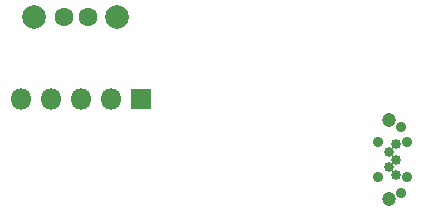
<source format=gbr>
%TF.GenerationSoftware,KiCad,Pcbnew,(5.1.6)-1*%
%TF.CreationDate,2020-09-04T12:39:32-07:00*%
%TF.ProjectId,SJ-202-USB-Jumper,534a2d32-3032-42d5-9553-422d4a756d70,rev?*%
%TF.SameCoordinates,Original*%
%TF.FileFunction,Soldermask,Bot*%
%TF.FilePolarity,Negative*%
%FSLAX46Y46*%
G04 Gerber Fmt 4.6, Leading zero omitted, Abs format (unit mm)*
G04 Created by KiCad (PCBNEW (5.1.6)-1) date 2020-09-04 12:39:32*
%MOMM*%
%LPD*%
G01*
G04 APERTURE LIST*
%ADD10C,0.900000*%
%ADD11C,1.200000*%
%ADD12C,0.890000*%
%ADD13C,0.850000*%
%ADD14C,2.000000*%
%ADD15C,1.600000*%
%ADD16O,1.800000X1.800000*%
%ADD17R,1.800000X1.800000*%
G04 APERTURE END LIST*
D10*
%TO.C,J2*%
X75970000Y-70200000D03*
X75970000Y-64600000D03*
D11*
X74930000Y-70725000D03*
X74930000Y-64075000D03*
D12*
X76470000Y-65900000D03*
X76470000Y-68900000D03*
X73970000Y-68900000D03*
X73970000Y-65900000D03*
D13*
X75550000Y-68700000D03*
X74900000Y-68050000D03*
X75550000Y-67400000D03*
X74900000Y-66750000D03*
X75550000Y-66100000D03*
%TD*%
D14*
%TO.C,J1*%
X44900000Y-55310000D03*
D15*
X47400000Y-55300000D03*
X49400000Y-55325000D03*
D14*
X51900000Y-55310000D03*
%TD*%
D16*
%TO.C,J3*%
X43740000Y-62300000D03*
X46280000Y-62300000D03*
X48820000Y-62300000D03*
X51360000Y-62300000D03*
D17*
X53900000Y-62300000D03*
%TD*%
M02*

</source>
